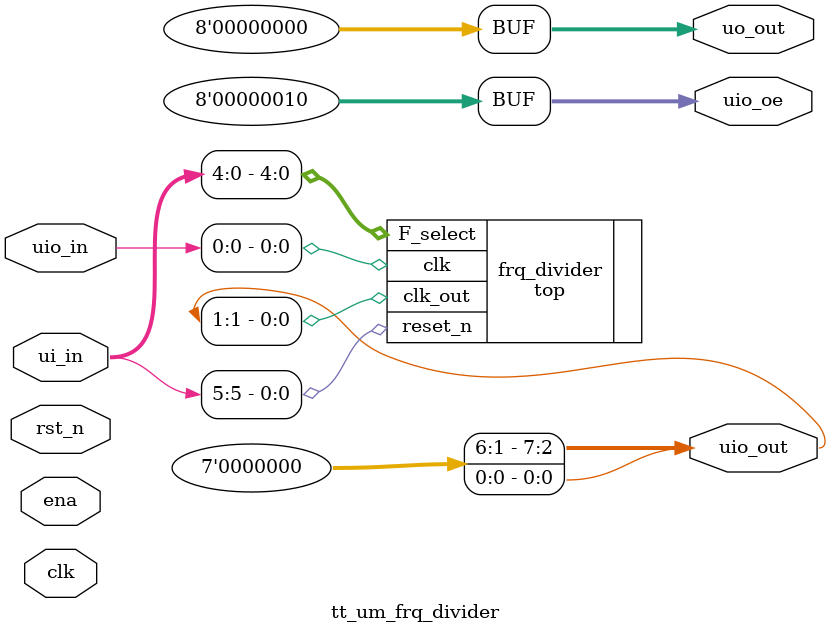
<source format=v>


`define default_netname none

module tt_um_frq_divider(
    input  wire [7:0] ui_in,    // Dedicated inputs
    output wire [7:0] uo_out,   // Dedicated outputs
    input  wire [7:0] uio_in,   // IOs: Input path
    output wire [7:0] uio_out,  // IOs: Output path
    output wire [7:0] uio_oe,   // IOs: Enable path (active high: 0=input, 1=output)
    input  wire       ena,      // will go high when the design is enabled
    input  wire       clk,      // clock
    input  wire       rst_n     // reset_n - low to reset
);
    top frq_divider(

        .clk(uio_in[0]),
        .reset_n(ui_in[5]),
        .F_select(ui_in[4:0]),
        .clk_out(uio_out[1])
        
    );

  // All output pins must be assigned. If not used, assign to 0.
  assign uo_out [7:0] = 8'b00000000; // Example: ou_out is the sum of ui_in and uio_in
    assign  uio_out [7:2] = 6'd0;
    assign  uio_out [0] = 1'b0;
    assign uio_oe [7:0] = 8'b00000010;

endmodule


</source>
